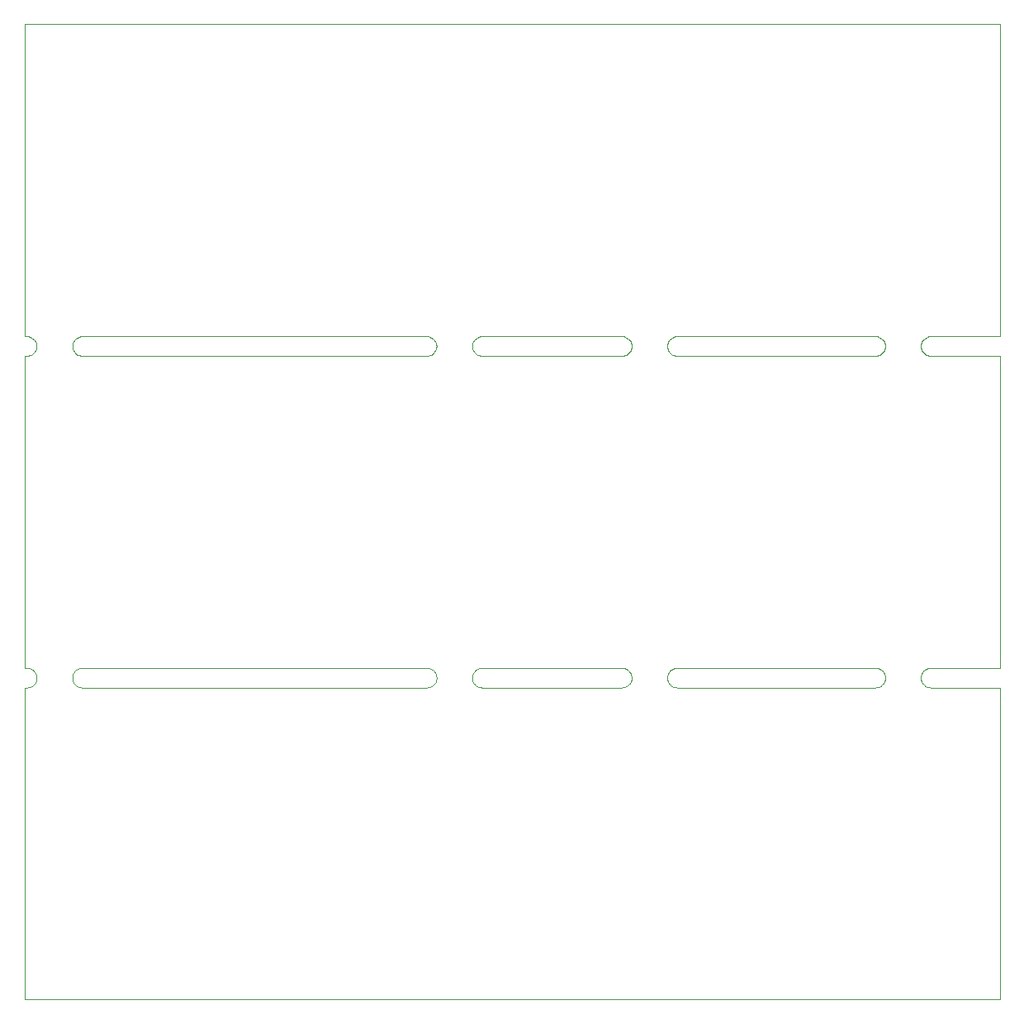
<source format=gko>
%MOIN*%
%OFA0B0*%
%FSLAX36Y36*%
%IPPOS*%
%LPD*%
%ADD10C,0*%
D10*
X003431951Y001338582D02*
X003431951Y001338582D01*
X003434371Y001338508D01*
X003436781Y001338285D01*
X003439174Y001337914D01*
X003441539Y001337397D01*
X003443867Y001336736D01*
X003446151Y001335932D01*
X003448381Y001334990D01*
X003450549Y001333913D01*
X003452646Y001332704D01*
X003454666Y001331369D01*
X003456599Y001329912D01*
X003458439Y001328339D01*
X003460179Y001326656D01*
X003461813Y001324869D01*
X003463333Y001322985D01*
X003464735Y001321012D01*
X003466013Y001318956D01*
X003467162Y001316825D01*
X003468178Y001314627D01*
X003469057Y001312372D01*
X003469134Y001312153D01*
X003470221Y001308552D01*
X003470959Y001304864D01*
X003471341Y001301122D01*
X003471365Y001297360D01*
X003471029Y001293614D01*
X003470338Y001289916D01*
X003469297Y001286301D01*
X003467915Y001282803D01*
X003466206Y001279452D01*
X003464185Y001276279D01*
X003461871Y001273314D01*
X003459284Y001270583D01*
X003456448Y001268112D01*
X003453389Y001265922D01*
X003450136Y001264035D01*
X003446717Y001262466D01*
X003443164Y001261231D01*
X003439509Y001260341D01*
X003435786Y001259803D01*
X003432029Y001259624D01*
X002630962Y001259624D01*
X002627205Y001259803D01*
X002623482Y001260341D01*
X002619827Y001261231D01*
X002616274Y001262466D01*
X002612855Y001264035D01*
X002609602Y001265922D01*
X002606543Y001268112D01*
X002603707Y001270583D01*
X002601120Y001273314D01*
X002598806Y001276279D01*
X002596785Y001279452D01*
X002595076Y001282803D01*
X002593694Y001286301D01*
X002592653Y001289916D01*
X002591962Y001293614D01*
X002591626Y001297360D01*
X002591650Y001301122D01*
X002592032Y001304864D01*
X002592770Y001308552D01*
X002593857Y001312153D01*
X002593934Y001312372D01*
X002594813Y001314627D01*
X002595829Y001316825D01*
X002596978Y001318956D01*
X002598256Y001321012D01*
X002599658Y001322985D01*
X002601178Y001324869D01*
X002602812Y001326656D01*
X002604552Y001328339D01*
X002606392Y001329912D01*
X002608325Y001331369D01*
X002610345Y001332704D01*
X002612442Y001333913D01*
X002614610Y001334990D01*
X002616840Y001335932D01*
X002619124Y001336736D01*
X002621452Y001337397D01*
X002623817Y001337914D01*
X002626210Y001338285D01*
X002628620Y001338508D01*
X002631040Y001338582D01*
X003431951Y001338582D01*
X001843638Y002598425D02*
X001843638Y002598425D01*
X001837480Y002598909D01*
X001831472Y002600352D01*
X001825765Y002602716D01*
X001820497Y002605944D01*
X001815800Y002609956D01*
X001811787Y002614654D01*
X001808559Y002619921D01*
X001806195Y002625629D01*
X001804753Y002631636D01*
X001804268Y002637795D01*
X001804753Y002643954D01*
X001806195Y002649961D01*
X001808559Y002655668D01*
X001811787Y002660936D01*
X001815800Y002665634D01*
X001820497Y002669646D01*
X001825765Y002672874D01*
X001831472Y002675238D01*
X001837480Y002676680D01*
X001843638Y002677165D01*
X001843638Y002677165D01*
X002408329Y002677165D01*
X002408329Y002677165D01*
X002414488Y002676680D01*
X002420495Y002675238D01*
X002426203Y002672874D01*
X002431470Y002669646D01*
X002436168Y002665634D01*
X002440180Y002660936D01*
X002443408Y002655668D01*
X002445772Y002649961D01*
X002447215Y002643954D01*
X002447699Y002637795D01*
X002447215Y002631636D01*
X002445772Y002625629D01*
X002443408Y002619921D01*
X002440180Y002614654D01*
X002436168Y002609956D01*
X002431470Y002605944D01*
X002426203Y002602716D01*
X002420495Y002600352D01*
X002414488Y002598909D01*
X002408329Y002598425D01*
X001843638Y002598425D01*
X003431951Y002677165D02*
X003431951Y002677165D01*
X003431951Y002677165D01*
X003438110Y002676680D01*
X003444117Y002675238D01*
X003449825Y002672874D01*
X003455092Y002669646D01*
X003459790Y002665634D01*
X003463802Y002660936D01*
X003467030Y002655668D01*
X003469394Y002649961D01*
X003470837Y002643954D01*
X003471321Y002637795D01*
X003470837Y002631636D01*
X003469394Y002625629D01*
X003467030Y002619921D01*
X003463802Y002614654D01*
X003459790Y002609956D01*
X003455092Y002605944D01*
X003449825Y002602716D01*
X003444117Y002600352D01*
X003438110Y002598909D01*
X003431951Y002598425D01*
X002631040Y002598425D01*
X002624881Y002598909D01*
X002618874Y002600352D01*
X002613166Y002602716D01*
X002607899Y002605944D01*
X002603201Y002609956D01*
X002599189Y002614654D01*
X002595961Y002619921D01*
X002593597Y002625629D01*
X002592155Y002631636D01*
X002591670Y002637795D01*
X002592155Y002643954D01*
X002593597Y002649961D01*
X002595961Y002655668D01*
X002599189Y002660936D01*
X002603201Y002665634D01*
X002607899Y002669646D01*
X002613166Y002672874D01*
X002618874Y002675238D01*
X002624881Y002676680D01*
X002631040Y002677165D01*
X003431951Y002677165D01*
X000229465Y002598425D02*
X000229465Y002598425D01*
X000229465Y002598425D01*
X000223306Y002598909D01*
X000217299Y002600352D01*
X000211591Y002602716D01*
X000206324Y002605944D01*
X000201626Y002609956D01*
X000197614Y002614654D01*
X000194386Y002619921D01*
X000192022Y002625629D01*
X000190580Y002631636D01*
X000190095Y002637795D01*
X000190580Y002643954D01*
X000192022Y002649961D01*
X000194386Y002655668D01*
X000197614Y002660936D01*
X000201626Y002665634D01*
X000206324Y002669646D01*
X000211591Y002672874D01*
X000217299Y002675238D01*
X000223306Y002676680D01*
X000229465Y002677165D01*
X001620928Y002677165D01*
X001620928Y002677165D01*
X001627086Y002676680D01*
X001633094Y002675238D01*
X001638801Y002672874D01*
X001644069Y002669646D01*
X001648766Y002665634D01*
X001652779Y002660936D01*
X001656007Y002655668D01*
X001658371Y002649961D01*
X001659813Y002643954D01*
X001660298Y002637795D01*
X001659813Y002631636D01*
X001658371Y002625629D01*
X001656007Y002619921D01*
X001652779Y002614654D01*
X001648766Y002609956D01*
X001644069Y002605944D01*
X001638801Y002602716D01*
X001633094Y002600352D01*
X001627086Y002598909D01*
X001620928Y002598425D01*
X000229465Y002598425D01*
X000006754Y002677165D02*
X000006754Y002677165D01*
X000006754Y002677165D01*
X000012913Y002676680D01*
X000018920Y002675238D01*
X000024628Y002672874D01*
X000029895Y002669646D01*
X000034593Y002665634D01*
X000038605Y002660936D01*
X000041833Y002655668D01*
X000044198Y002649961D01*
X000045640Y002643954D01*
X000046124Y002637795D01*
X000045640Y002631636D01*
X000044198Y002625629D01*
X000041833Y002619921D01*
X000038605Y002614654D01*
X000034593Y002609956D01*
X000029895Y002605944D01*
X000024628Y002602716D01*
X000018920Y002600352D01*
X000012913Y002598909D01*
X000006754Y002598425D01*
X000006754Y002598425D01*
X-000001695Y002598425D01*
X-000001695Y001338582D01*
X000006754Y001338582D01*
X000006754Y001338582D01*
X000009174Y001338508D01*
X000011585Y001338285D01*
X000013977Y001337914D01*
X000016342Y001337397D01*
X000018671Y001336736D01*
X000020954Y001335932D01*
X000023184Y001334990D01*
X000025352Y001333913D01*
X000027450Y001332704D01*
X000029469Y001331369D01*
X000031402Y001329912D01*
X000033243Y001328339D01*
X000034983Y001326656D01*
X000036616Y001324869D01*
X000038136Y001322985D01*
X000039538Y001321012D01*
X000040816Y001318956D01*
X000041965Y001316825D01*
X000042981Y001314627D01*
X000043860Y001312372D01*
X000043937Y001312153D01*
X000045024Y001308552D01*
X000045762Y001304864D01*
X000046144Y001301122D01*
X000046168Y001297360D01*
X000045833Y001293614D01*
X000045141Y001289916D01*
X000044100Y001286301D01*
X000042718Y001282803D01*
X000041009Y001279452D01*
X000038988Y001276279D01*
X000036674Y001273314D01*
X000034087Y001270583D01*
X000031251Y001268112D01*
X000028192Y001265922D01*
X000024939Y001264035D01*
X000021520Y001262466D01*
X000017967Y001261231D01*
X000014312Y001260341D01*
X000010589Y001259803D01*
X000006832Y001259624D01*
X-000002387Y001259624D01*
X-000002387Y-000000218D01*
X003934619Y-000000218D01*
X003934619Y001259624D01*
X003654585Y001259624D01*
X003650827Y001259803D01*
X003647104Y001260341D01*
X003643450Y001261231D01*
X003639896Y001262466D01*
X003636478Y001264035D01*
X003633224Y001265922D01*
X003630165Y001268112D01*
X003627329Y001270583D01*
X003624742Y001273314D01*
X003622428Y001276279D01*
X003620407Y001279452D01*
X003618698Y001282803D01*
X003617316Y001286301D01*
X003616275Y001289916D01*
X003615584Y001293614D01*
X003615248Y001297360D01*
X003615272Y001301122D01*
X003615655Y001304864D01*
X003616392Y001308552D01*
X003617479Y001312153D01*
X003617556Y001312372D01*
X003618435Y001314627D01*
X003619451Y001316825D01*
X003620600Y001318956D01*
X003621878Y001321012D01*
X003623280Y001322985D01*
X003624800Y001324869D01*
X003626434Y001326656D01*
X003628174Y001328339D01*
X003630014Y001329912D01*
X003631947Y001331369D01*
X003633967Y001332704D01*
X003636064Y001333913D01*
X003638232Y001334990D01*
X003640462Y001335932D01*
X003642746Y001336736D01*
X003645074Y001337397D01*
X003647439Y001337914D01*
X003649832Y001338285D01*
X003652242Y001338508D01*
X003654662Y001338582D01*
X003935311Y001338582D01*
X003935311Y002598425D01*
X003654662Y002598425D01*
X003648503Y002598909D01*
X003642496Y002600352D01*
X003636788Y002602716D01*
X003631521Y002605944D01*
X003626823Y002609956D01*
X003622811Y002614654D01*
X003619583Y002619921D01*
X003617219Y002625629D01*
X003615777Y002631636D01*
X003615292Y002637795D01*
X003615777Y002643954D01*
X003617219Y002649961D01*
X003619583Y002655668D01*
X003622811Y002660936D01*
X003626823Y002665634D01*
X003631521Y002669646D01*
X003636788Y002672874D01*
X003642496Y002675238D01*
X003648503Y002676680D01*
X003654662Y002677165D01*
X003654662Y002677165D01*
X003933784Y002677165D01*
X003933784Y003937007D01*
X-000003223Y003937007D01*
X-000003223Y002677165D01*
X000006754Y002677165D01*
X001620928Y001338582D02*
X001620928Y001338582D01*
X001623347Y001338508D01*
X001625758Y001338285D01*
X001628150Y001337914D01*
X001630515Y001337397D01*
X001632844Y001336736D01*
X001635127Y001335932D01*
X001637357Y001334990D01*
X001639525Y001333913D01*
X001641623Y001332704D01*
X001643642Y001331369D01*
X001645576Y001329912D01*
X001647416Y001328339D01*
X001649156Y001326656D01*
X001650789Y001324869D01*
X001652310Y001322985D01*
X001653711Y001321012D01*
X001654989Y001318956D01*
X001656138Y001316825D01*
X001657154Y001314627D01*
X001658033Y001312372D01*
X001658111Y001312153D01*
X001659197Y001308552D01*
X001659935Y001304864D01*
X001660318Y001301122D01*
X001660341Y001297360D01*
X001660006Y001293614D01*
X001659314Y001289916D01*
X001658273Y001286301D01*
X001656892Y001282803D01*
X001655183Y001279452D01*
X001653162Y001276279D01*
X001650847Y001273314D01*
X001648260Y001270583D01*
X001645424Y001268112D01*
X001642366Y001265922D01*
X001639112Y001264035D01*
X001635693Y001262466D01*
X001632140Y001261231D01*
X001628485Y001260341D01*
X001624762Y001259803D01*
X001621005Y001259624D01*
X000229388Y001259624D01*
X000225630Y001259803D01*
X000221907Y001260341D01*
X000218253Y001261231D01*
X000214700Y001262466D01*
X000211281Y001264035D01*
X000208027Y001265922D01*
X000204968Y001268112D01*
X000202133Y001270583D01*
X000199546Y001273314D01*
X000197231Y001276279D01*
X000195210Y001279452D01*
X000193501Y001282803D01*
X000192120Y001286301D01*
X000191078Y001289916D01*
X000190387Y001293614D01*
X000190052Y001297360D01*
X000190075Y001301122D01*
X000190458Y001304864D01*
X000191196Y001308552D01*
X000192282Y001312153D01*
X000192360Y001312372D01*
X000193239Y001314627D01*
X000194254Y001316825D01*
X000195403Y001318956D01*
X000196681Y001321012D01*
X000198083Y001322985D01*
X000199604Y001324869D01*
X000201237Y001326656D01*
X000202977Y001328339D01*
X000204817Y001329912D01*
X000206751Y001331369D01*
X000208770Y001332704D01*
X000210867Y001333913D01*
X000213035Y001334990D01*
X000215265Y001335932D01*
X000217549Y001336736D01*
X000219878Y001337397D01*
X000222243Y001337914D01*
X000224635Y001338285D01*
X000227045Y001338508D01*
X000229465Y001338582D01*
X001620928Y001338582D01*
X002408329Y001338582D02*
X002408329Y001338582D01*
X002410749Y001338508D01*
X002413159Y001338285D01*
X002415552Y001337914D01*
X002417917Y001337397D01*
X002420245Y001336736D01*
X002422529Y001335932D01*
X002424759Y001334990D01*
X002426927Y001333913D01*
X002429024Y001332704D01*
X002431044Y001331369D01*
X002432977Y001329912D01*
X002434817Y001328339D01*
X002436557Y001326656D01*
X002438191Y001324869D01*
X002439711Y001322985D01*
X002441113Y001321012D01*
X002442391Y001318956D01*
X002443540Y001316825D01*
X002444556Y001314627D01*
X002445435Y001312372D01*
X002445512Y001312153D01*
X002446599Y001308552D01*
X002447337Y001304864D01*
X002447719Y001301122D01*
X002447743Y001297360D01*
X002447407Y001293614D01*
X002446716Y001289916D01*
X002445675Y001286301D01*
X002444293Y001282803D01*
X002442584Y001279452D01*
X002440563Y001276279D01*
X002438249Y001273314D01*
X002435662Y001270583D01*
X002432826Y001268112D01*
X002429767Y001265922D01*
X002426514Y001264035D01*
X002423095Y001262466D01*
X002419542Y001261231D01*
X002415887Y001260341D01*
X002412164Y001259803D01*
X002408407Y001259624D01*
X001843561Y001259624D01*
X001839804Y001259803D01*
X001836081Y001260341D01*
X001832426Y001261231D01*
X001828873Y001262466D01*
X001825454Y001264035D01*
X001822200Y001265922D01*
X001819142Y001268112D01*
X001816306Y001270583D01*
X001813719Y001273314D01*
X001811404Y001276279D01*
X001809383Y001279452D01*
X001807674Y001282803D01*
X001806293Y001286301D01*
X001805252Y001289916D01*
X001804560Y001293614D01*
X001804225Y001297360D01*
X001804248Y001301122D01*
X001804631Y001304864D01*
X001805369Y001308552D01*
X001806455Y001312153D01*
X001806533Y001312372D01*
X001807412Y001314627D01*
X001808428Y001316825D01*
X001809577Y001318956D01*
X001810855Y001321012D01*
X001812256Y001322985D01*
X001813777Y001324869D01*
X001815410Y001326656D01*
X001817150Y001328339D01*
X001818990Y001329912D01*
X001820924Y001331369D01*
X001822943Y001332704D01*
X001825041Y001333913D01*
X001827209Y001334990D01*
X001829438Y001335932D01*
X001831722Y001336736D01*
X001834051Y001337397D01*
X001836416Y001337914D01*
X001838808Y001338285D01*
X001841219Y001338508D01*
X001843638Y001338582D01*
X002408329Y001338582D01*
M02*
</source>
